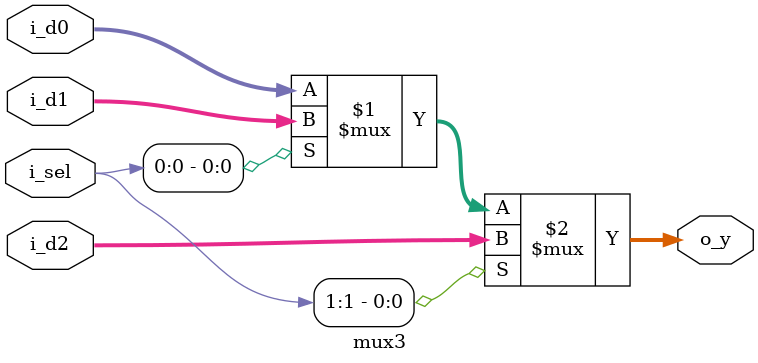
<source format=sv>
/**
    PBL3 - RISC-V Single Cycle Processor
    3-to-1 Multiplexer Module

    File name: mux3.sv

    Objective:
        Implement a parameterized 3-to-1 multiplexer with priority-based selection.
        Provides flexible data routing for processor writeback and data path control.

    Specification:
        - Configurable data width via parameter (default 32-bit)
        - Pure combinational logic implementation
        - Priority-based selection (i_sel[1] has highest priority)
        - Supports all RISC-V data path width requirements
        - Zero-delay simulation model
        - Fully synthesizable RTL

    Functional Diagram:

                       +-----------------+
        i_d0[W-1:0] -->|                 |
        i_d1[W-1:0] -->|      MUX3       |--> o_y[W-1:0]
        i_d2[W-1:0] -->|                 |
        i_sel[1:0]  -->|                 |
                       +-----------------+

    Parameters:
        DATA_WIDTH - Data bus width in bits (default = 32)

    Input Ports:
        i_d0[DATA_WIDTH-1:0] - Input data bus 0 (selected when i_sel=00)
        i_d1[DATA_WIDTH-1:0] - Input data bus 1 (selected when i_sel=01)
        i_d2[DATA_WIDTH-1:0] - Input data bus 2 (selected when i_sel=1X)

    Control Port:
        i_sel[1:0] - Selection control:
                    * 2'b00: selects i_d0
                    * 2'b01: selects i_d1
                    * 2'b1X: selects i_d2 (both 10 and 11 cases)

    Output Port:
        o_y[DATA_WIDTH-1:0] - Selected output data bus

    Selection Logic:
        o_y = i_sel[1] ? i_d2 : (i_sel[0] ? i_d1 : i_d0);

    Timing Characteristics:
        - Single-level combinational logic path
        - Propagation delay < 1ns in typical implementations
        - Glitch-free operation when inputs change

    Typical Usage:
        - Writeback stage result selection (ALU, memory, PC+4)
        - Pipeline hazard forwarding
        - Exception handling path selection
        - Multi-source operand selection

    Simulation:
        - Timescale set to 1ns/1ps for precise simulation
        - Zero-delay model for ideal combinational behavior
**/

//----------------------------------------------------------------------------- 
// Multiplexer 3x1 Module
//-----------------------------------------------------------------------------
`timescale 1ns / 1ps  // Sets simulation time unit to 1ns, precision to 1ps
module mux3 #(
    parameter DATA_WIDTH = 32  // Configurable data width (default 32 bits)
) (
    // Input Ports
    input logic [DATA_WIDTH-1:0]    i_d0,   // Input data bus 0
    input logic [DATA_WIDTH-1:0]    i_d1,   // Input data bus 1
    input logic [DATA_WIDTH-1:0]    i_d2,   // Input data bus 2
    
    // Control Port
    input logic [1:0]               i_sel,  // 2-bit selection control:
                                           // 00 = select i_d0
                                           // 01 = select i_d1
                                           // 1X = select i_d2 (10 or 11)
    
    // Output Port
    output logic [DATA_WIDTH-1:0]   o_y     // Selected output data bus
);

    // Combinational Logic
    // Priority-based selection using nested ternary operators:
    // - MSB (i_sel[1]) has highest priority (selects i_d2 when high)
    // - LSB (i_sel[0]) selects between remaining options when MSB is low
    assign o_y = i_sel[1] ? i_d2 :         // If i_sel[1] is 1, choose i_d2
                (i_sel[0] ? i_d1 : i_d0);  // Else choose i_d1 or i_d0

endmodule
</source>
